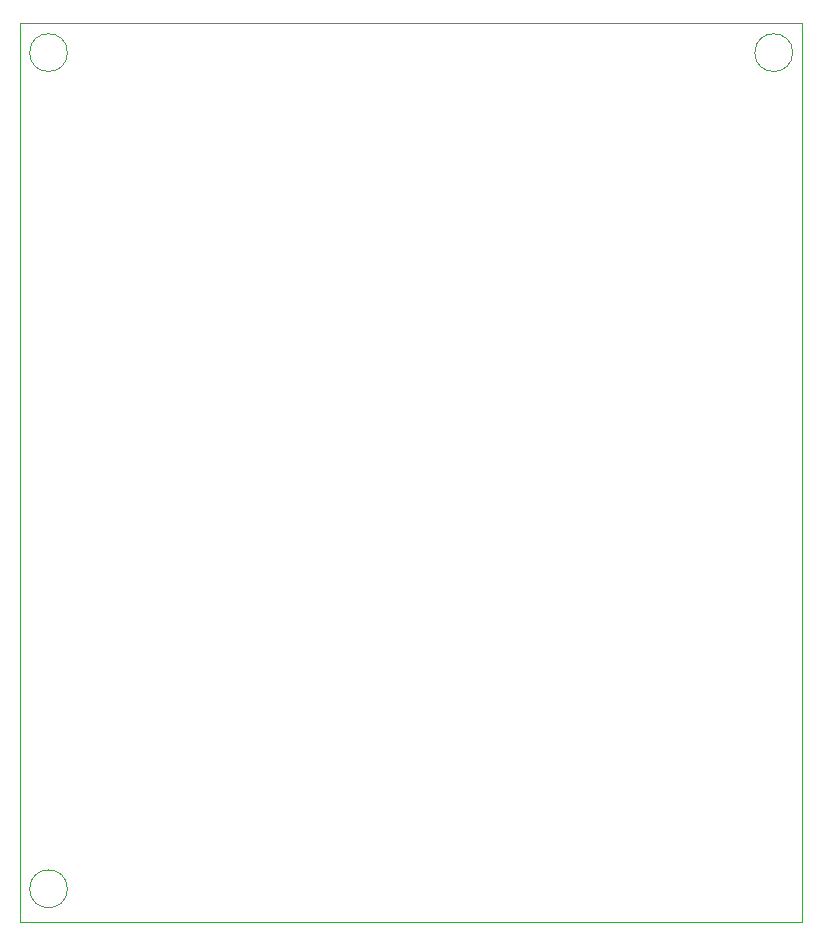
<source format=gbr>
%TF.GenerationSoftware,KiCad,Pcbnew,(6.0.1)*%
%TF.CreationDate,2022-04-27T12:01:47-05:00*%
%TF.ProjectId,RemotePet,52656d6f-7465-4506-9574-2e6b69636164,rev?*%
%TF.SameCoordinates,Original*%
%TF.FileFunction,Profile,NP*%
%FSLAX46Y46*%
G04 Gerber Fmt 4.6, Leading zero omitted, Abs format (unit mm)*
G04 Created by KiCad (PCBNEW (6.0.1)) date 2022-04-27 12:01:47*
%MOMM*%
%LPD*%
G01*
G04 APERTURE LIST*
%TA.AperFunction,Profile*%
%ADD10C,0.100000*%
%TD*%
G04 APERTURE END LIST*
D10*
X103600000Y-127800000D02*
G75*
G03*
X103600000Y-127800000I-1600000J0D01*
G01*
X165000000Y-57000000D02*
G75*
G03*
X165000000Y-57000000I-1600000J0D01*
G01*
X99600000Y-54475000D02*
X165800000Y-54475000D01*
X165800000Y-54475000D02*
X165800000Y-130600000D01*
X165800000Y-130600000D02*
X99600000Y-130600000D01*
X99600000Y-130600000D02*
X99600000Y-54475000D01*
X103600000Y-57000000D02*
G75*
G03*
X103600000Y-57000000I-1600000J0D01*
G01*
M02*

</source>
